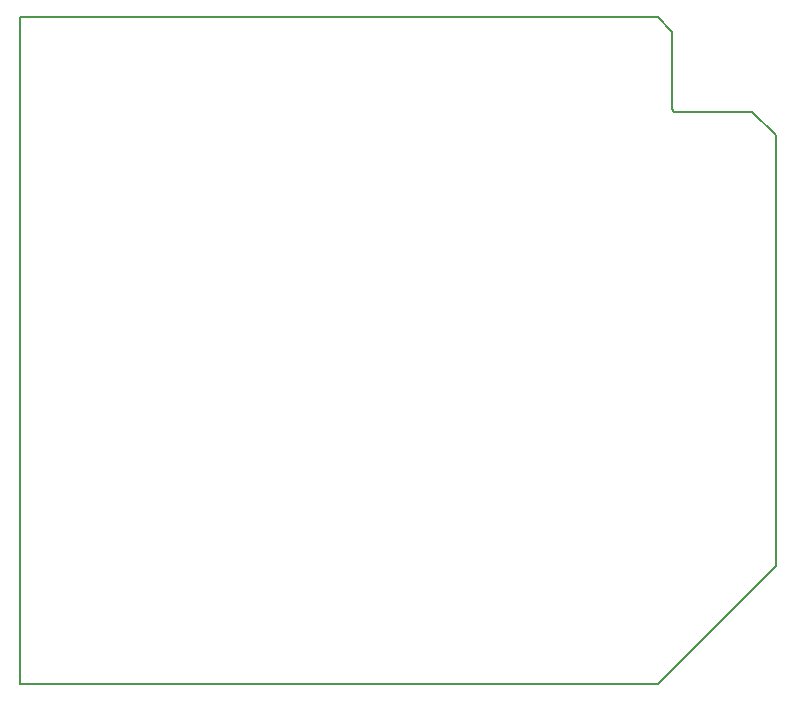
<source format=gbr>
G04 #@! TF.FileFunction,Profile,NP*
%FSLAX46Y46*%
G04 Gerber Fmt 4.6, Leading zero omitted, Abs format (unit mm)*
G04 Created by KiCad (PCBNEW 4.0.7) date 07/07/19 20:21:31*
%MOMM*%
%LPD*%
G01*
G04 APERTURE LIST*
%ADD10C,0.100000*%
%ADD11C,0.150000*%
G04 APERTURE END LIST*
D10*
D11*
X142000000Y-100000000D02*
X143200000Y-101300000D01*
X143200000Y-101400000D02*
X143200000Y-101300000D01*
X143200000Y-107800000D02*
X143200000Y-101400000D01*
X143400000Y-108000000D02*
X143200000Y-107800000D01*
X144000000Y-108000000D02*
X143400000Y-108000000D01*
X150000000Y-108000000D02*
X144000000Y-108000000D01*
X152000000Y-110000000D02*
X150000000Y-108000000D01*
X88000000Y-156500000D02*
X90000000Y-156500000D01*
X88000000Y-109500000D02*
X88000000Y-156500000D01*
X88000000Y-100000000D02*
X88000000Y-109500000D01*
X90000000Y-100000000D02*
X88000000Y-100000000D01*
X152000000Y-146500000D02*
X152000000Y-146000000D01*
X142000000Y-156500000D02*
X152000000Y-146500000D01*
X90000000Y-156500000D02*
X142000000Y-156500000D01*
X142000000Y-100000000D02*
X90000000Y-100000000D01*
X152000000Y-146000000D02*
X152000000Y-110000000D01*
M02*

</source>
